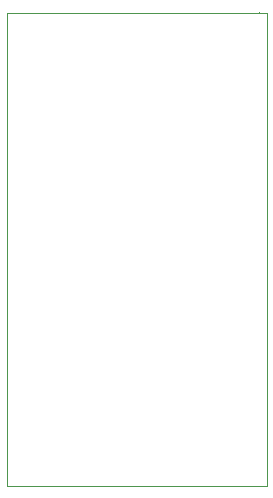
<source format=gbr>
%TF.GenerationSoftware,KiCad,Pcbnew,6.0.11-2627ca5db0~126~ubuntu22.04.1*%
%TF.CreationDate,2024-02-09T09:05:25+01:00*%
%TF.ProjectId,HB_Stamp_ATMega1284P_FUEL4EP,48425f53-7461-46d7-905f-41544d656761,1.3*%
%TF.SameCoordinates,Original*%
%TF.FileFunction,Profile,NP*%
%FSLAX46Y46*%
G04 Gerber Fmt 4.6, Leading zero omitted, Abs format (unit mm)*
G04 Created by KiCad (PCBNEW 6.0.11-2627ca5db0~126~ubuntu22.04.1) date 2024-02-09 09:05:25*
%MOMM*%
%LPD*%
G01*
G04 APERTURE LIST*
%TA.AperFunction,Profile*%
%ADD10C,0.038099*%
%TD*%
G04 APERTURE END LIST*
D10*
X0Y40000000D02*
X0Y40000000D01*
X0Y0D02*
X0Y40000000D01*
X22000000Y0D02*
X0Y0D01*
X22000000Y40000000D02*
X22000000Y0D01*
X0Y40000000D02*
X22000000Y40000000D01*
X21336000Y40132000D02*
X21336000Y40132000D01*
M02*

</source>
